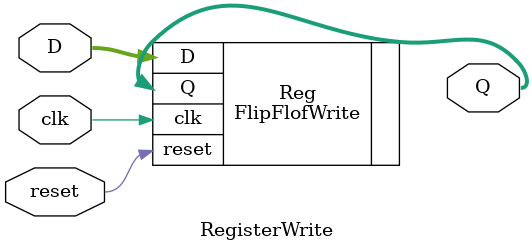
<source format=v>
module RegisterWrite #(parameter WIDTH = 32)
(
	input [WIDTH-1:0] D,
	input clk, reset,
	output [WIDTH-1:0] Q 
);

FlipFlofWrite Reg (.D(D), .reset(reset), .clk(clk), .Q(Q));
endmodule 
</source>
